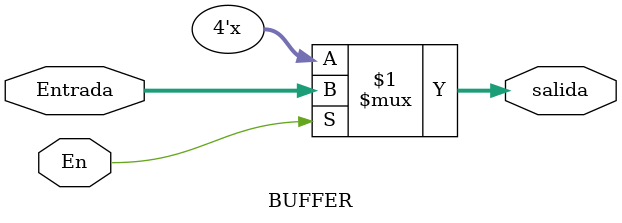
<source format=v>
module BUFFER(input [3:0] Entrada, input En, output [3:0] salida);
  assign salida = (En) ? Entrada:4'bz;
endmodule //BUFFER

</source>
